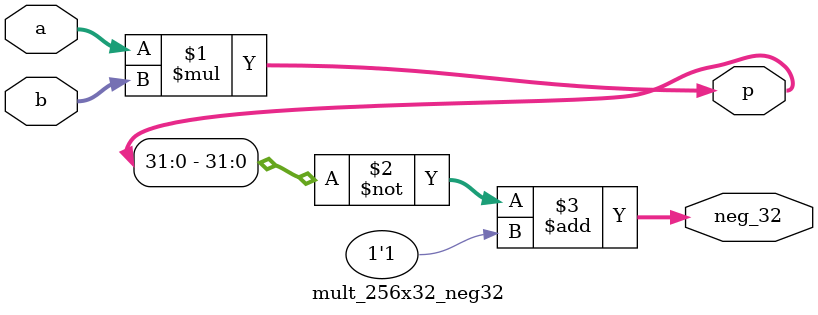
<source format=v>
`timescale 1ns / 1ps

////two cycles delay version
//module mult_256x32_neg32(
//    input          clk,
//    input  [255:0] a,
//    input  [31 :0] b,
//    output reg [287:0] p,
//    output reg [ 31:0] neg_32
//    );
//
//    wire [127:0] a_h, a_l;
//    wire [15 :0] b_h, b_l;
//    wire [143:0] p_hh, p_hl, p_lh, p_ll;
//    wire [287:0] p_hh_shift, p_hl_shift, p_lh_shift, p_ll_shift;
//    wire [ 31:0] lsb_32;
//
//    assign a_h = a[128+:128]; assign a_l = a[0+:128]; assign b_h = b[16+:16]; assign b_l = b[0+:16];
//
//    mult_partial #(.WIDTH_A(128), .WIDTH_B(16), .WIDTH_DSP(26), .DSP_NUM(5)) mult_partial_hh (.clk(clk), .a(a_h), .b(b_h), .p(p_hh));
//    mult_partial #(.WIDTH_A(128), .WIDTH_B(16), .WIDTH_DSP(26), .DSP_NUM(5)) mult_partial_hl (.clk(clk), .a(a_h), .b(b_l), .p(p_hl));
//    mult_partial #(.WIDTH_A(128), .WIDTH_B(16), .WIDTH_DSP(26), .DSP_NUM(5)) mult_partial_lh (.clk(clk), .a(a_l), .b(b_h), .p(p_lh));
//    mult_partial #(.WIDTH_A(128), .WIDTH_B(16), .WIDTH_DSP(26), .DSP_NUM(5)) mult_partial_ll (.clk(clk), .a(a_l), .b(b_l), .p(p_ll));
//    assign p_ll_shift = { {144{1'b0}} , p_ll };
//    assign p_hl_shift = { {16{1'b0}} , p_hl , {128{1'b0}} };
//    assign p_lh_shift = { {128{1'b0}} , p_lh, {16{1'b0}} };
//    assign p_hh_shift = { p_hh , {16{1'b0}} , {128{1'b0}} };
//    assign lsb_32     = p_ll[31:0] + {p_lh[15:0], {16{1'b0}}};
//
//    always @(posedge clk) begin
//        p <= p_ll_shift + p_hl_shift + p_lh_shift + p_hh_shift;
//        neg_32 <= ~lsb_32 + 1'b1;
//    end
//endmodule

//no delay version
module mult_256x32_neg32(
    input  [255:0] a,
    input  [31 :0] b,
    output [287:0] p,
    output [ 31:0] neg_32
    );

//    wire [127:0] a_h, a_l;
//    wire [15 :0] b_h, b_l;
//    wire [143:0] p_hh, p_hl, p_lh, p_ll;
//    wire [287:0] p_hh_shift, p_hl_shift, p_lh_shift, p_ll_shift;
//    wire [ 31:0] lsb_32;
//
//    assign a_h = a[128+:128]; assign a_l = a[0+:128]; assign b_h = b[16+:16]; assign b_l = b[0+:16];
//
//    mult_partial #(.WIDTH_A(128), .WIDTH_B(16), .WIDTH_DSP(26), .DSP_NUM(5)) mult_partial_hh (.a(a_h), .b(b_h), .p(p_hh));
//    mult_partial #(.WIDTH_A(128), .WIDTH_B(16), .WIDTH_DSP(26), .DSP_NUM(5)) mult_partial_hl (.a(a_h), .b(b_l), .p(p_hl));
//    mult_partial #(.WIDTH_A(128), .WIDTH_B(16), .WIDTH_DSP(26), .DSP_NUM(5)) mult_partial_lh (.a(a_l), .b(b_h), .p(p_lh));
//    mult_partial #(.WIDTH_A(128), .WIDTH_B(16), .WIDTH_DSP(26), .DSP_NUM(5)) mult_partial_ll (.a(a_l), .b(b_l), .p(p_ll));
//    assign p_ll_shift = { {144{1'b0}} , p_ll };
//    assign p_hl_shift = { {16{1'b0}} , p_hl , {128{1'b0}} };
//    assign p_lh_shift = { {128{1'b0}} , p_lh, {16{1'b0}} };
//    assign p_hh_shift = { p_hh , {16{1'b0}} , {128{1'b0}} };
//    assign lsb_32     = p_ll[31:0] + {p_lh[15:0], {16{1'b0}}};
//
//    assign p = p_ll_shift + p_hl_shift + p_lh_shift + p_hh_shift;
    assign p = a*b;
    assign neg_32 = ~p[0+:32] + 1'b1;
endmodule

</source>
